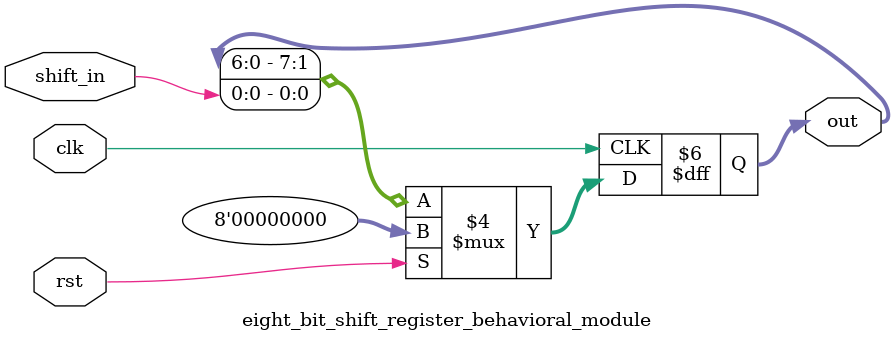
<source format=v>

module eight_bit_shift_register_behavioral_module(shift_in, clk, rst, out);

	input shift_in;
	input clk; //clock
	input rst; //reset
	
	output [7:0] out;
	reg [7:0] out;	
	
	always@(posedge clk)
	begin
		if(rst == 1'b1)
		begin
			out <= 8'd0; //Take a look at it. I used the "decimal" format here.
		end
		else
		begin
			out <= {out[6:0], shift_in};
		end
	end



endmodule


</source>
